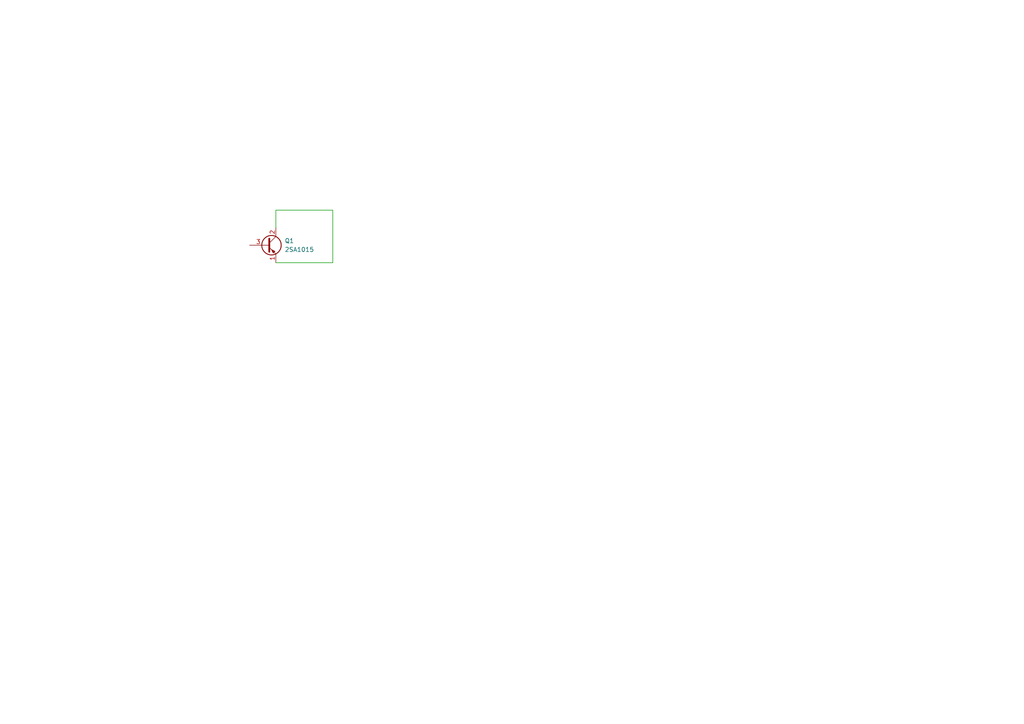
<source format=kicad_sch>
(kicad_sch (version 20231120) (generator "eeschema") (generator_version "8.0")
  (paper "A4")
  (lib_symbols
    (symbol "Transistor_BJT:2SA1015" (pin_names (offset 0) hide)
      (property "Reference" "Q" (at 5.08 1.905 0))
      (property "Value" "2SA1015" (at 5.08 0 0))
      (symbol "2SA1015_0_1"
        (polyline (pts (xy 0 0) (xy 0.635 0)))
        (polyline (pts (xy 2.54 -2.54) (xy 0.635 -0.635)))
        (polyline (pts (xy 2.54 2.54) (xy 0.635 0.635)))
        (polyline (pts (xy 0.635 1.905) (xy 0.635 -1.905) (xy 0.635 -1.905)) (stroke (width 0.508)) (fill (type outline)))
        (polyline (pts (xy 1.778 -2.286) (xy 2.286 -1.778) (xy 1.27 -1.27) (xy 1.778 -2.286) (xy 1.778 -2.286)) (fill (type outline)))
        (circle (center 1.27 0) (radius 2.8194) (stroke (width 0.254)))
      )
      (symbol "2SA1015_1_1"
        (pin passive line (at 2.54 -5.08 90) (length 2.54) (name "E") (number "1"))
        (pin passive line (at 2.54 5.08 270) (length 2.54) (name "C") (number "2"))
        (pin input line (at -5.08 0 0) (length 5.08) (name "B") (number "3"))
      )
    )
  )
  (wire (pts (xy 96.52 76.2) (xy 80.01 76.2)))
  (wire (pts (xy 80.01 66.04) (xy 80.01 60.96)))
  (wire (pts (xy 80.01 60.96) (xy 96.52 60.96)))
  (wire (pts (xy 96.52 60.96) (xy 96.52 76.2)))
  (symbol (lib_id "Transistor_BJT:2SA1015") (at 77.47 71.12 0) (unit 1)
    (property "Reference" "Q1" (at 82.55 69.8499 0) (effects (justify left)))
    (property "Value" "2SA1015" (at 82.55 72.3899 0) (effects (justify left)))
    (property "Footprint" "Package_TO_SOT_THT:TO-92_Inline" (effects (hide yes)))
    (property "Datasheet" "http://www.datasheetcatalog.org/datasheet/toshiba/905.pdf" (effects (hide yes)))
    (property "Description" "-0.15A Ic, -50V Vce, Low Noise Audio PNP Transistor, TO-92" (effects (hide yes)))
  )
)
</source>
